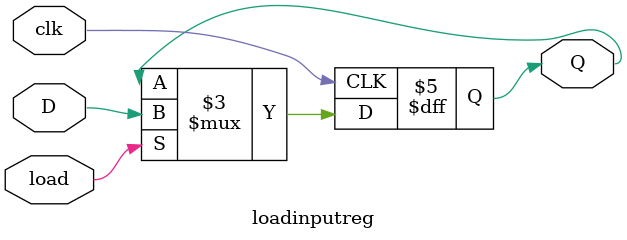
<source format=v>
`timescale 1ns / 1ps

module loadinputreg(
    input clk,
    input load,
    input D,
    output reg Q
    );
    initial Q = 0;
    always @(posedge clk) begin
        if(load) Q <= D;
        end
        
endmodule

</source>
